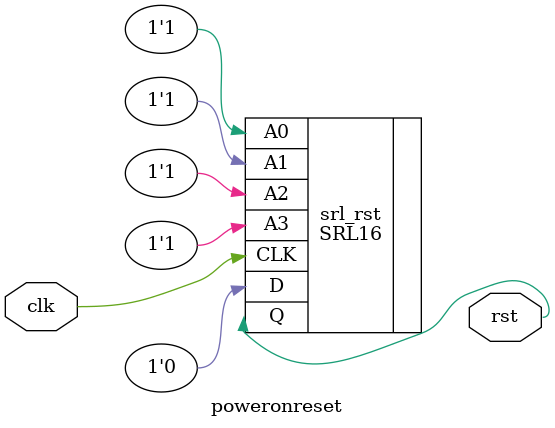
<source format=v>
`timescale 1ns / 1ps


module poweronreset(
        input clk,
        output rst
    );
    
    SRL16 #(.INIT(16'hFFFF)) srl_rst (  //LUT as a shift-register initialized to All ones
        .Q(rst),
        .A0(1'b1),                      //Address pointing to the last element in LUT
        .A1(1'b1),
        .A2(1'b1),
        .A3(1'b1),
        .CLK(clk),
        .D(1'b0)
    );
endmodule

</source>
